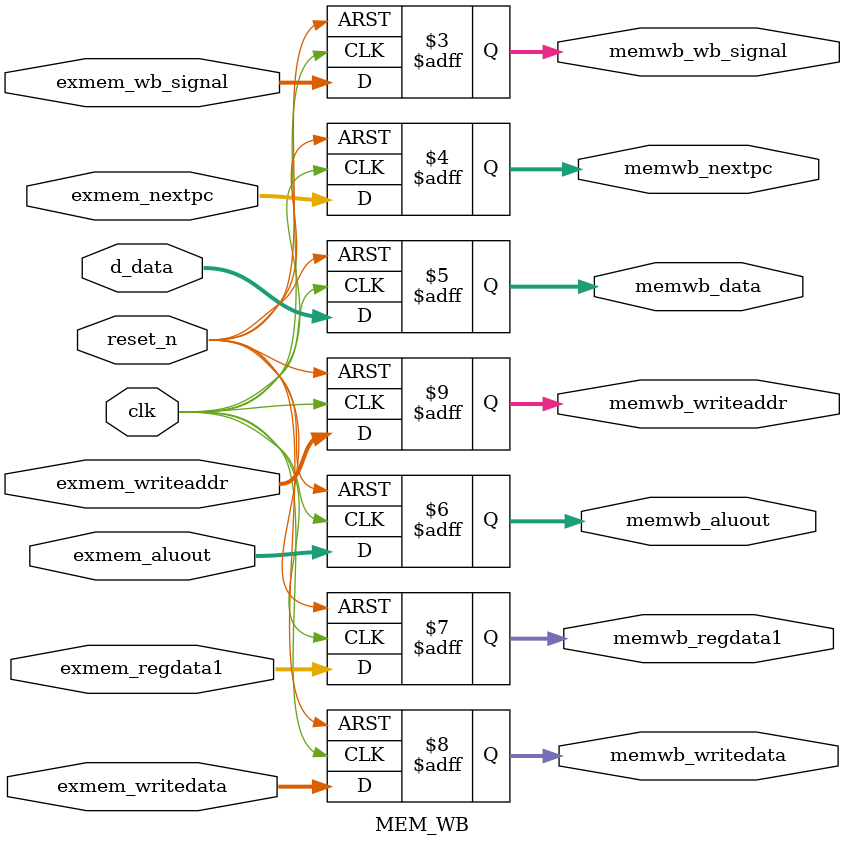
<source format=v>
module MEM_WB (clk, reset_n, exmem_wb_signal, d_data, exmem_nextpc, exmem_aluout, exmem_regdata1, exmem_writedata, exmem_writeaddr, memwb_wb_signal, memwb_nextpc, memwb_data, memwb_aluout, memwb_regdata1, memwb_writedata, memwb_writeaddr);
    input clk;
    input reset_n;
    input [5:0] exmem_wb_signal;//{MemtoReg, Regwrite, WWD, HLT, numinst_cond}
    input [15:0] d_data;
    input [15:0] exmem_nextpc;
    input [15:0] exmem_aluout;
    input [15:0] exmem_regdata1;
    input [15:0] exmem_writedata;
    input [1:0] exmem_writeaddr;

    output reg [5:0] memwb_wb_signal;//{MemtoReg, Regwrite, WWD, HLT, numinst_cond}
    output reg [15:0] memwb_nextpc;
    output reg [15:0] memwb_data;
    output reg [15:0] memwb_aluout;
    output reg [15:0] memwb_regdata1;
    output reg [15:0] memwb_writedata;
    output reg [1:0] memwb_writeaddr;

    always @(posedge clk or negedge reset_n) begin
        if(!reset_n) begin
            memwb_wb_signal <= 0;
            memwb_nextpc <= 0;
            memwb_data <= 0;
            memwb_aluout <= 0;
            memwb_regdata1 <= 0;
            memwb_writedata <= 0;
            memwb_writeaddr <= 0;
        end
        else begin
            memwb_wb_signal <= exmem_wb_signal;
            memwb_nextpc <= exmem_nextpc;
            memwb_data <= d_data;
            memwb_aluout <= exmem_aluout;
            memwb_regdata1 <= exmem_regdata1;
            memwb_writedata <= exmem_writedata;
            memwb_writeaddr <= exmem_writeaddr;
        end
    end
endmodule
</source>
